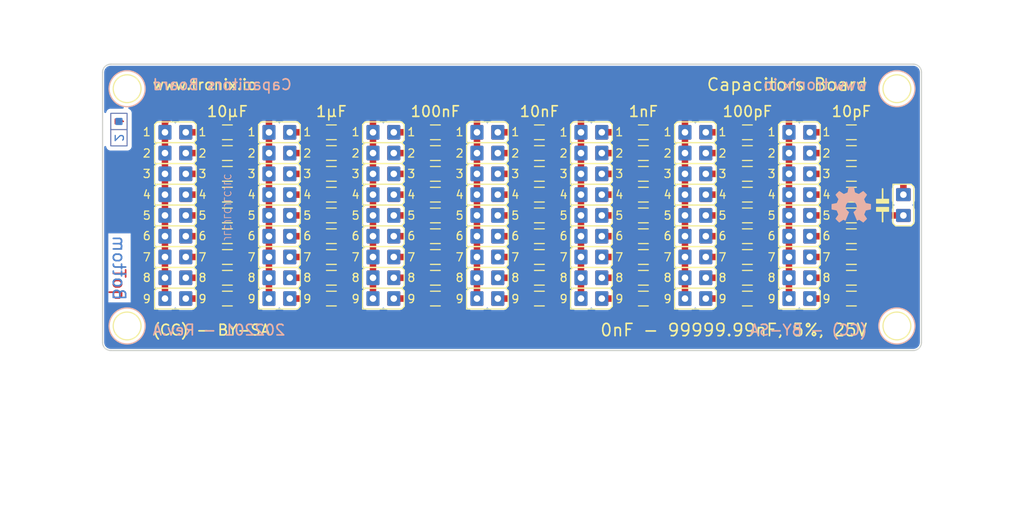
<source format=kicad_pcb>
(kicad_pcb (version 20221018) (generator pcbnew)
  (title_block (title "Capacitors Board") (date "01/2022") (rev "A"))
  (layers (0 "F.Cu" signal) (31 "B.Cu" signal) (34 "B.Paste" user) (35 "F.Paste" user) (36 "B.SilkS" user "B.Silkscreen") (37 "F.SilkS" user "F.Silkscreen") (38 "B.Mask" user) (39 "F.Mask" user) (44 "Edge.Cuts" user))
  (net 0 "")
  (net 1 "Net-(JP1-Pad1)")
  (net 2 "Net-(C1-Pad2)")
  (net 3 "Net-(C1-Pad1)")
  (net 4 "Net-(C2-Pad1)")
  (net 5 "Net-(C3-Pad1)")
  (net 6 "Net-(C4-Pad1)")
  (net 7 "Net-(C5-Pad1)")
  (net 8 "Net-(C6-Pad1)")
  (net 9 "Net-(C7-Pad1)")
  (net 10 "Net-(C8-Pad1)")
  (net 11 "Net-(C9-Pad1)")
  (net 12 "Net-(C10-Pad1)")
  (net 13 "Net-(C11-Pad1)")
  (net 14 "Net-(C12-Pad1)")
  (net 15 "Net-(C13-Pad1)")
  (net 16 "Net-(C14-Pad1)")
  (net 17 "Net-(C15-Pad1)")
  (net 18 "Net-(C16-Pad1)")
  (net 19 "Net-(C17-Pad1)")
  (net 20 "Net-(C18-Pad1)")
  (net 21 "Net-(C19-Pad1)")
  (net 22 "Net-(C20-Pad1)")
  (net 23 "Net-(C21-Pad1)")
  (net 24 "Net-(C22-Pad1)")
  (net 25 "Net-(C23-Pad1)")
  (net 26 "Net-(C24-Pad1)")
  (net 27 "Net-(C25-Pad1)")
  (net 28 "Net-(C26-Pad1)")
  (net 29 "Net-(C27-Pad1)")
  (net 30 "Net-(C28-Pad1)")
  (net 31 "Net-(C29-Pad1)")
  (net 32 "Net-(C30-Pad1)")
  (net 33 "Net-(C31-Pad1)")
  (net 34 "Net-(C32-Pad1)")
  (net 35 "Net-(C33-Pad1)")
  (net 36 "Net-(C34-Pad1)")
  (net 37 "Net-(C35-Pad1)")
  (net 38 "Net-(C36-Pad1)")
  (net 39 "Net-(C37-Pad1)")
  (net 40 "Net-(C38-Pad1)")
  (net 41 "Net-(C39-Pad1)")
  (net 42 "Net-(C40-Pad1)")
  (net 43 "Net-(C41-Pad1)")
  (net 44 "Net-(C42-Pad1)")
  (net 45 "Net-(C43-Pad1)")
  (net 46 "Net-(C44-Pad1)")
  (net 47 "Net-(C45-Pad1)")
  (net 48 "Net-(C46-Pad1)")
  (net 49 "Net-(C47-Pad1)")
  (net 50 "Net-(C48-Pad1)")
  (net 51 "Net-(C49-Pad1)")
  (net 52 "Net-(C50-Pad1)")
  (net 53 "Net-(C51-Pad1)")
  (net 54 "Net-(C52-Pad1)")
  (net 55 "Net-(C53-Pad1)")
  (net 56 "Net-(C54-Pad1)")
  (net 57 "Net-(C55-Pad1)")
  (net 58 "Net-(C56-Pad1)")
  (net 59 "Net-(C57-Pad1)")
  (net 60 "Net-(C58-Pad1)")
  (net 61 "Net-(C59-Pad1)")
  (net 62 "Net-(C60-Pad1)")
  (net 63 "Net-(C61-Pad1)")
  (net 64 "Net-(C62-Pad1)")
  (net 65 "Net-(C63-Pad1)")
  (footprint "tronixio:HARWIN-M20-999024x" (layer "F.Cu") (at 158.42 93.65 90)
    (fp_text reference "JP45")
    (fp_text value "HARWIN-254-M-1X02-JUMPER-VERTICAL")
  )
  (footprint "tronixio:HARWIN-M20-999024x" (layer "F.Cu") (at 120.32 75.87 90)
    (fp_text reference "JP11")
    (fp_text value "HARWIN-254-M-1X02-JUMPER-VERTICAL")
  )
  (footprint "tronixio:HARWIN-M20-7680-7683" (layer "F.Cu") (at 149 115.9)
    (fp_text reference "JP65" hide)
    (fp_text value "HARWIN-JUMPER-0254-14MM-BLACK" hide)
  )
  (footprint "tronixio:HARWIN-M20-999024x" (layer "F.Cu") (at 183.82 80.95 90)
    (fp_text reference "JP58")
    (fp_text value "HARWIN-254-M-1X02-JUMPER-VERTICAL")
  )
  (footprint "tronixio:HARWIN-M20-999024x" (layer "F.Cu") (at 171.12 88.57 90)
    (fp_text reference "JP52")
    (fp_text value "HARWIN-254-M-1X02-JUMPER-VERTICAL")
  )
  (footprint "tronixio:CAPACITOR-SMD-1206" (layer "F.Cu") (at 127.94 93.65)
    (fp_text reference "C18")
    (fp_text value "1µ")
  )
  (footprint "tronixio:CAPACITOR-SMD-1206" (layer "F.Cu") (at 127.94 86.03)
    (fp_text reference "C15")
    (fp_text value "1µ")
  )
  (footprint "tronixio:CAPACITOR-SMD-1206" (layer "F.Cu") (at 178.74 75.87)
    (fp_text reference "C47")
    (fp_text value "100p")
  )
  (footprint "tronixio:HARWIN-M20-999024x" (layer "F.Cu") (at 120.32 93.65 90)
    (fp_text reference "JP18")
    (fp_text value "HARWIN-254-M-1X02-JUMPER-VERTICAL")
  )
  (footprint "tronixio:KEYSTONE-9056" (layer "F.Cu") (at 103 68)
    (fp_text reference "H4" hide)
    (fp_text value "KEYSTONE-9056" hide)
  )
  (footprint "tronixio:HARWIN-M20-999024x" (layer "F.Cu") (at 145.72 73.33 90)
    (fp_text reference "JP28")
    (fp_text value "HARWIN-254-M-1X02-JUMPER-VERTICAL")
  )
  (footprint "tronixio:CAPACITOR-SMD-1206" (layer "F.Cu") (at 191.44 86.03)
    (fp_text reference "C60")
    (fp_text value "10p")
  )
  (footprint "tronixio:CAPACITOR-SMD-1206" (layer "F.Cu") (at 166.04 83.49)
    (fp_text reference "C41")
    (fp_text value "1n")
  )
  (footprint "tronixio:CAPACITOR-SMD-1206" (layer "F.Cu") (at 115.24 73.33)
    (fp_text reference "C1")
    (fp_text value "10µ")
  )
  (footprint "tronixio:CAPACITOR-SMD-1206" (layer "F.Cu") (at 191.44 73.33)
    (fp_text reference "C55")
    (fp_text value "10p")
  )
  (footprint "tronixio:CAPACITOR-SMD-1206" (layer "F.Cu") (at 127.94 75.87)
    (fp_text reference "C11")
    (fp_text value "1µ")
  )
  (footprint "tronixio:CAPACITOR-SMD-1206" (layer "F.Cu") (at 153.34 88.57)
    (fp_text reference "C34")
    (fp_text value "10n")
  )
  (footprint "tronixio:CAPACITOR-SMD-1206" (layer "F.Cu") (at 140.64 78.41)
    (fp_text reference "C21")
    (fp_text value "100n")
  )
  (footprint "tronixio:HARWIN-M20-7680-7683" (layer "F.Cu") (at 143 115.9)
    (fp_text reference "JP64" hide)
    (fp_text value "HARWIN-JUMPER-0254-14MM-BLACK" hide)
  )
  (footprint "tronixio:CAPACITOR-SMD-1206" (layer "F.Cu") (at 115.24 86.03)
    (fp_text reference "C6")
    (fp_text value "10µ")
  )
  (footprint "tronixio:HARWIN-M20-999024x" (layer "F.Cu") (at 158.42 73.33 90)
    (fp_text reference "JP37")
    (fp_text value "HARWIN-254-M-1X02-JUMPER-VERTICAL")
  )
  (footprint "tronixio:HARWIN-M20-999024x" (layer "F.Cu") (at 158.42 80.95 90)
    (fp_text reference "JP40")
    (fp_text value "HARWIN-254-M-1X02-JUMPER-VERTICAL")
  )
  (footprint "tronixio:CAPACITOR-SMD-1206" (layer "F.Cu") (at 178.74 78.41)
    (fp_text reference "C48")
    (fp_text value "100p")
  )
  (footprint "tronixio:CAPACITOR-SMD-1206" (layer "F.Cu") (at 166.04 73.33)
    (fp_text reference "C37")
    (fp_text value "1n")
  )
  (footprint "tronixio:HARWIN-M20-999024x" (layer "F.Cu") (at 107.62 88.57 90)
    (fp_text reference "JP7")
    (fp_text value "HARWIN-254-M-1X02-JUMPER-VERTICAL")
  )
  (footprint "tronixio:CAPACITOR-SMD-1206" (layer "F.Cu") (at 127.94 80.95)
    (fp_text reference "C13")
    (fp_text value "1µ")
  )
  (footprint "tronixio:HARWIN-M20-999024x" (layer "F.Cu") (at 133.02 83.49 90)
    (fp_text reference "JP23")
    (fp_text value "HARWIN-254-M-1X02-JUMPER-VERTICAL")
  )
  (footprint "tronixio:KEYSTONE-9056" (layer "F.Cu") (at 197 97)
    (fp_text reference "H2" hide)
    (fp_text value "KEYSTONE-9056" hide)
  )
  (footprint "tronixio:HARWIN-M20-999024x" (layer "F.Cu") (at 171.12 73.33 90)
    (fp_text reference "JP46")
    (fp_text value "HARWIN-254-M-1X02-JUMPER-VERTICAL")
  )
  (footprint "tronixio:HARWIN-M20-7680-7683" (layer "F.Cu") (at 167 115.9)
    (fp_text reference "JP68" hide)
    (fp_text value "HARWIN-JUMPER-0254-14MM-BLACK" hide)
  )
  (footprint "tronixio:CAPACITOR-SMD-1206" (layer "F.Cu") (at 140.64 86.03)
    (fp_text reference "C24")
    (fp_text value "100n")
  )
  (footprint "tronixio:HARWIN-M20-999024x" (layer "F.Cu") (at 183.82 78.41 90)
    (fp_text reference "JP57")
    (fp_text value "HARWIN-254-M-1X02-JUMPER-VERTICAL")
  )
  (footprint "tronixio:HARWIN-M20-999024x" (layer "F.Cu") (at 171.12 91.11 90)
    (fp_text reference "JP53")
    (fp_text value "HARWIN-254-M-1X02-JUMPER-VERTICAL")
  )
  (footprint "tronixio:HARWIN-M20-999024x" (layer "F.Cu") (at 145.72 86.03 90)
    (fp_text reference "JP33")
    (fp_text value "HARWIN-254-M-1X02-JUMPER-VERTICAL")
  )
  (footprint "tronixio:HARWIN-M20-999024x" (layer "F.Cu") (at 171.12 93.65 90)
    (fp_text reference "JP54")
    (fp_text value "HARWIN-254-M-1X02-JUMPER-VERTICAL")
  )
  (footprint "tronixio:HARWIN-M20-999024x" (layer "F.Cu") (at 145.72 93.65 90)
    (fp_text reference "JP36")
    (fp_text value "HARWIN-254-M-1X02-JUMPER-VERTICAL")
  )
  (footprint "tronixio:CAPACITOR-SMD-1206" (layer "F.Cu") (at 178.74 88.57)
    (fp_text reference "C52")
    (fp_text value "100p")
  )
  (footprint "tronixio:HARWIN-M20-999024x" (layer "F.Cu") (at 158.42 91.11 90)
    (fp_text reference "JP44")
    (fp_text value "HARWIN-254-M-1X02-JUMPER-VERTICAL")
  )
  (footprint "tronixio:HARWIN-M20-7680-7683" (layer "F.Cu") (at 185 115.9)
    (fp_text reference "JP71" hide)
    (fp_text value "HARWIN-JUMPER-0254-14MM-BLACK" hide)
  )
  (footprint "tronixio:CAPACITOR-SMD-1206" (layer "F.Cu") (at 140.64 88.57)
    (fp_text reference "C25")
    (fp_text value "100n")
  )
  (footprint "tronixio:CAPACITOR-SMD-1206" (layer "F.Cu") (at 127.94 83.49)
    (fp_text reference "C14")
    (fp_text value "1µ")
  )
  (footprint "tronixio:CAPACITOR-SMD-1206" (layer "F.Cu") (at 115.24 91.11)
    (fp_text reference "C8")
    (fp_text value "10µ")
  )
  (footprint "tronixio:CAPACITOR-SMD-1206" (layer "F.Cu") (at 191.44 83.49)
    (fp_text reference "C59")
    (fp_text value "10p")
  )
  (footprint "tronixio:CAPACITOR-SMD-1206" (layer "F.Cu") (at 178.74 80.95)
    (fp_text reference "C49")
    (fp_text value "100p")
  )
  (footprint "tronixio:HARWIN-M20-7680-7683" (layer "F.Cu") (at 173 115.9)
    (fp_text reference "JP69" hide)
    (fp_text value "HARWIN-JUMPER-0254-14MM-BLACK" hide)
  )
  (footprint "tronixio:HARWIN-M20-999024x" (layer "F.Cu") (at 171.12 75.87 90)
    (fp_text reference "JP47")
    (fp_text value "HARWIN-254-M-1X02-JUMPER-VERTICAL")
  )
  (footprint "tronixio:HARWIN-M20-999024x" (layer "F.Cu") (at 183.82 75.87 90)
    (fp_text reference "JP56")
    (fp_text value "HARWIN-254-M-1X02-JUMPER-VERTICAL")
  )
  (footprint "tronixio:HARWIN-M20-999024x" (layer "F.Cu") (at 171.12 86.03 90)
    (fp_text reference "JP51")
    (fp_text value "HARWIN-254-M-1X02-JUMPER-VERTICAL")
  )
  (footprint "tronixio:HARWIN-M20-7680-7683" (layer "F.Cu") (at 179 115.9)
    (fp_text reference "JP70" hide)
    (fp_text value "HARWIN-JUMPER-0254-14MM-BLACK" hide)
  )
  (footprint "tronixio:HARWIN-M20-999024x" (layer "F.Cu") (at 145.72 88.57 90)
    (fp_text reference "JP34")
    (fp_text value "HARWIN-254-M-1X02-JUMPER-VERTICAL")
  )
  (footprint "tronixio:CAPACITOR-SMD-1206" (layer "F.Cu") (at 127.94 73.33)
    (fp_text reference "C10")
    (fp_text value "1µ")
  )
  (footprint "tronixio:KEYSTONE-9056" (layer "F.Cu") (at 103 97)
    (fp_text reference "H1" hide)
    (fp_text value "KEYSTONE-9056" hide)
  )
  (footprint "tronixio:CAPACITOR-SMD-1206" (layer "F.Cu") (at 178.74 86.03)
    (fp_text reference "C51")
    (fp_text value "100p")
  )
  (footprint "tronixio:HARWIN-M20-999024x" (layer "F.Cu") (at 183.82 73.33 90)
    (fp_text reference "JP55")
    (fp_text value "HARWIN-254-M-1X02-JUMPER-VERTICAL")
  )
  (footprint "tronixio:CAPACITOR-SMD-1206" (layer "F.Cu") (at 166.04 75.87)
    (fp_text reference "C38")
    (fp_text value "1n")
  )
  (footprint "tronixio:HARWIN-M20-999024x" (layer "F.Cu") (at 197.79 80.95)
    (fp_text reference "K1")
    (fp_text value "Capacitor")
  )
  (footprint "tronixio:HARWIN-M20-999024x" (layer "F.Cu") (at 120.32 80.95 90)
    (fp_text reference "JP13")
    (fp_text value "HARWIN-254-M-1X02-JUMPER-VERTICAL")
  )
  (footprint "tronixio:CAPACITOR-SMD-1206" (layer "F.Cu") (at 191.44 93.65)
    (fp_text reference "C63")
    (fp_text value "10p")
  )
  (footprint "tronixio:HARWIN-M20-999024x" (layer "F.Cu") (at 107.62 80.95 90)
    (fp_text reference "JP4")
    (fp_text value "HARWIN-254-M-1X02-JUMPER-VERTICAL")
  )
  (footprint "tronixio:CAPACITOR-SMD-1206" (layer "F.Cu") (at 191.44 88.57)
    (fp_text reference "C61")
    (fp_text value "10p")
  )
  (footprint "tronixio:CAPACITOR-SMD-1206" (layer "F.Cu") (at 191.44 91.11)
    (fp_text reference "C62")
    (fp_text value "10p")
  )
  (footprint "tronixio:HARWIN-M20-999024x" (layer "F.Cu") (at 133.02 80.95 90)
    (fp_text reference "JP22")
    (fp_text value "HARWIN-254-M-1X02-JUMPER-VERTICAL")
  )
  (footprint "tronixio:CAPACITOR-SMD-1206" (layer "F.Cu") (at 140.64 93.65)
    (fp_text reference "C27")
    (fp_text value "100n")
  )
  (footprint "tronixio:CAPACITOR-SMD-1206" (layer "F.Cu") (at 166.04 88.57)
    (fp_text reference "C43")
    (fp_text value "1n")
  )
  (footprint "tronixio:HARWIN-M20-999024x" (layer "F.Cu") (at 120.32 78.41 90)
    (fp_text reference "JP12")
    (fp_text value "HARWIN-254-M-1X02-JUMPER-VERTICAL")
  )
  (footprint "tronixio:HARWIN-M20-999024x" (layer "F.Cu") (at 133.02 88.57 90)
    (fp_text reference "JP25")
    (fp_text value "HARWIN-254-M-1X02-JUMPER-VERTICAL")
  )
  (footprint "tronixio:CAPACITOR-SMD-1206" (layer "F.Cu") (at 153.34 78.41)
    (fp_text reference "C30")
    (fp_text value "10n")
  )
  (footprint "tronixio:CAPACITOR-SMD-1206" (layer "F.Cu") (at 153.34 93.65)
    (fp_text reference "C36")
    (fp_text value "10n")
  )
  (footprint "tronixio:HARWIN-M20-999024x" (layer "F.Cu") (at 107.62 93.65 90)
    (fp_text reference "JP9")
    (fp_text value "HARWIN-254-M-1X02-JUMPER-VERTICAL")
  )
  (footprint "tronixio:HARWIN-M20-999024x" (layer "F.Cu") (at 107.62 83.49 90)
    (fp_text reference "JP5")
    (fp_text value "HARWIN-254-M-1X02-JUMPER-VERTICAL")
  )
  (footprint "tronixio:CAPACITOR-SMD-1206" (layer "F.Cu") (at 115.24 93.65)
    (fp_text reference "C9")
    (fp_text value "10µ")
  )
  (footprint "tronixio:HARWIN-M20-999024x" (layer "F.Cu") (at 120.32 91.11 90)
    (fp_text reference "JP17")
    (fp_text value "HARWIN-254-M-1X02-JUMPER-VERTICAL")
  )
  (footprint "tronixio:CAPACITOR-SMD-1206" (layer "F.Cu") (at 166.04 78.41)
    (fp_text reference "C39")
    (fp_text value "1n")
  )
  (footprint "tronixio:CAPACITOR-SMD-1206" (layer "F.Cu") (at 115.24 75.87)
    (fp_text reference "C2")
    (fp_text value "10µ")
  )
  (footprint "tronixio:KEYSTONE-9056" (layer "F.Cu") (at 197 68)
    (fp_text reference "H3" hide)
    (fp_text value "KEYSTONE-9056" hide)
  )
  (footprint "tronixio:HARWIN-M20-7680-7683" (layer "F.Cu") (at 191 115.9)
    (fp_text reference "JP72" hide)
    (fp_text value "HARWIN-JUMPER-0254-14MM-BLACK" hide)
  )
  (footprint "tronixio:CAPACITOR-SMD-1206" (layer "F.Cu") (at 178.74 73.33)
    (fp_text reference "C46")
    (fp_text value "100p")
  )
  (footprint "tronixio:HARWIN-M20-999024x" (layer "F.Cu") (at 183.82 83.49 90)
    (fp_text reference "JP59")
    (fp_text value "HARWIN-254-M-1X02-JUMPER-VERTICAL")
  )
  (footprint "tronixio:CAPACITOR-SMD-1206" (layer "F.Cu") (at 127.94 88.57)
    (fp_text reference "C16")
    (fp_text value "1µ")
  )
  (footprint "tronixio:HARWIN-M20-7680-7683" (layer "F.Cu") (at 197 115.9)
    (fp_text reference "JP73" hide)
    (fp_text value "HARWIN-JUMPER-0254-14MM-BLACK" hide)
  )
  (footprint "tronixio:CAPACITOR-SMD-1206" (layer "F.Cu") (at 153.34 83.49)
    (fp_text reference "C32")
    (fp_text value "10n")
  )
  (footprint "tronixio:HARWIN-M20-999024x" (layer "F.Cu") (at 133.02 93.65 90)
    (fp_text reference "JP27")
    (fp_text value "HARWIN-254-M-1X02-JUMPER-VERTICAL")
  )
  (footprint "tronixio:CAPACITOR-SMD-1206" (layer "F.Cu") (at 115.24 83.49)
    (fp_text reference "C5")
    (fp_text value "10µ")
  )
  (footprint "tronixio:HARWIN-M20-999024x" (layer "F.Cu") (at 133.02 91.11 90)
    (fp_text reference "JP26")
    (fp_text value "HARWIN-254-M-1X02-JUMPER-VERTICAL")
  )
  (footprint "tronixio:HARWIN-M20-999024x" (layer "F.Cu") (at 145.72 80.95 90)
    (fp_text reference "JP31")
    (fp_text value "HARWIN-254-M-1X02-JUMPER-VERTICAL")
  )
  (footprint "tronixio:HARWIN-M20-999024x" (layer "F.Cu") (at 145.72 83.49 90)
    (fp_text reference "JP32")
    (fp_text value "HARWIN-254-M-1X02-JUMPER-VERTICAL")
  )
  (footprint "tronixio:HARWIN-M20-999024x" (layer "F.Cu") (at 158.42 83.49 90)
    (fp_text reference "JP41")
    (fp_text value "HARWIN-254-M-1X02-JUMPER-VERTICAL")
  )
  (footprint "tronixio:CAPACITOR-SMD-1206" (layer "F.Cu") (at 178.74 93.65)
    (fp_text reference "C54")
    (fp_text value "100p")
  )
  (footprint "tronixio:HARWIN-M20-999024x" (layer "F.Cu") (at 133.02 73.33 90)
    (fp_text reference "JP19")
    (fp_text value "HARWIN-254-M-1X02-JUMPER-VERTICAL")
  )
  (footprint "tronixio:CAPACITOR-SMD-1206" (layer "F.Cu") (at 140.64 83.49)
    (fp_text reference "C23")
    (fp_text value "100n")
  )
  (footprint "tronixio:HARWIN-M20-999024x" (layer "F.Cu") (at 133.02 86.03 90)
    (fp_text reference "JP24")
    (fp_text value "HARWIN-254-M-1X02-JUMPER-VERTICAL")
  )
  (footprint "tronixio:CAPACITOR-SMD-1206" (layer "F.Cu") (at 115.24 88.57)
    (fp_text reference "C7")
    (fp_text value "10µ")
  )
  (footprint "tronixio:HARWIN-M20-7680-7683" (layer "F.Cu") (at 155 115.9)
    (fp_text reference "JP66" hide)
    (fp_text value "HARWIN-JUMPER-0254-14MM-BLACK" hide)
  )
  (footprint "tronixio:CAPACITOR-SMD-1206" (layer "F.Cu") (at 115.24 78.41)
    (fp_text reference "C3")
    (fp_text value "10µ")
  )
  (footprint "tronixio:HARWIN-M20-999024x" (layer "F.Cu") (at 171.12 78.41 90)
    (fp_text reference "JP48")
    (fp_text value "HARWIN-254-M-1X02-JUMPER-VERTICAL")
  )
  (footprint "tronixio:HARWIN-M20-999024x" (layer "F.Cu") (at 133.02 75.87 90)
    (fp_text reference "JP20")
    (fp_text value "HARWIN-254-M-1X02-JUMPER-VERTICAL")
  )
  (footprint "tronixio:CAPACITOR-SMD-1206" (layer "F.Cu") (at 166.04 93.65)
    (fp_text reference "C45")
    (fp_text value "1n")
  )
  (footprint "tronixio:HARWIN-M20-999024x" (layer "F.Cu") (at 158.42 78.41 90)
    (fp_text reference "JP39")
    (fp_text value "HARWIN-254-M-1X02-JUMPER-VERTICAL")
  )
  (footprint "tronixio:CAPACITOR-SMD-1206" (layer "F.Cu") (at 153.34 80.95)
    (fp_text reference "C31")
    (fp_text value "10n")
  )
  (footprint "tronixio:HARWIN-M20-999024x" (layer "F.Cu") (at 158.42 88.57 90)
    (fp_text reference "JP43")
    (fp_text value "HARWIN-254-M-1X02-JUMPER-VERTICAL")
  )
  (footprint "tronixio:CAPACITOR-SMD-1206" (layer "F.Cu") (at 140.64 75.87)
    (fp_text reference "C20")
    (fp_text value "100n")
  )
  (footprint "tronixio:CAPACITOR-SMD-1206" (layer "F.Cu") (at 153.34 75.87)
    (fp_text reference "C29")
    (fp_text value "10n")
  )
  (footprint "tronixio:HARWIN-M20-999024x" (layer "F.Cu") (at 171.12 83.49 90)
    (fp_text reference "JP50")
    (fp_text value "HARWIN-254-M-1X02-JUMPER-VERTICAL")
  )
  (footprint "tronixio:HARWIN-M20-999024x" (layer "F.Cu") (at 107.62 78.41 90)
    (fp_text reference "JP3")
    (fp_text value "HARWIN-254-M-1X02-JUMPER-VERTICAL")
  )
  (footprint "tronixio:HARWIN-M20-999024x" (layer "F.Cu") (at 120.32 88.57 90)
    (fp_text reference "JP16")
    (fp_text value "HARWIN-254-M-1X02-JUMPER-VERTICAL")
  )
  (footprint "tronixio:CAPACITOR-SMD-1206" (layer "F.Cu") (at 166.04 86.03)
    (fp_text reference "C42")
    (fp_text value "1n")
  )
  (footprint "tronixio:CAPACITOR-SMD-1206" (layer "F.Cu") (at 115.24 80.95)
    (fp_text reference "C4")
    (fp_text value "10µ")
  )
  (footprint "tronixio:CAPACITOR-SMD-1206" (layer "F.Cu") (at 153.34 91.11)
    (fp_text reference "C35")
    (fp_text value "10n")
  )
  (footprint "tronixio:HARWIN-M20-999024x" (layer "F.Cu") (at 145.72 75.87 90)
    (fp_text reference "JP29")
    (fp_text value "HARWIN-254-M-1X02-JUMPER-VERTICAL")
  )
  (footprint "tronixio:HARWIN-M20-999024x" (layer "F.Cu") (at 133.02 78.41 90)
    (fp_text reference "JP21")
    (fp_text value "HARWIN-254-M-1X02-JUMPER-VERTICAL")
  )
  (footprint "tronixio:HARWIN-M20-999024x" (layer "F.Cu") (at 158.42 75.87 90)
    (fp_text reference "JP38")
    (fp_text value "HARWIN-254-M-1X02-JUMPER-VERTICAL")
  )
  (footprint "tronixio:CAPACITOR-SMD-1206" (layer "F.Cu") (at 191.44 80.95)
    (fp_text reference "C58")
    (fp_text value "10p")
  )
  (footprint "tronixio:CAPACITOR-SMD-1206" (layer "F.Cu") (at 127.94 78.41)
    (fp_text reference "C12")
    (fp_text value "1µ")
  )
  (footprint "tronixio:HARWIN-M20-999024x" (layer "F.Cu") (at 107.62 86.03 90)
    (fp_text reference "JP6")
    (fp_text value "HARWIN-254-M-1X02-JUMPER-VERTICAL")
  )
  (footprint "tronixio:HARWIN-M20-999024x" (layer "F.Cu") (at 158.42 86.03 90)
    (fp_text reference "JP42")
    (fp_text value "HARWIN-254-M-1X02-JUMPER-VERTICAL")
  )
  (footprint "tronixio:HARWIN-M20-999024x" (layer "F.Cu") (at 183.82 88.57 90)
    (fp_text reference "JP61")
    (fp_text value "HARWIN-254-M-1X02-JUMPER-VERTICAL")
  )
  (footprint "tronixio:HARWIN-M20-999024x" (layer "F.Cu") (at 183.82 91.11 90)
    (fp_text reference "JP62")
    (fp_text value "HARWIN-254-M-1X02-JUMPER-VERTICAL")
  )
  (footprint "tronixio:HARWIN-M20-999024x" (layer "F.Cu") (at 145.72 78.41 90)
    (fp_text reference "JP30")
    (fp_text value "HARWIN-254-M-1X02-JUMPER-VERTICAL")
  )
  (footprint "tronixio:CAPACITOR-SMD-1206" (layer "F.Cu") (at 191.44 75.87)
    (fp_text reference "C56")
    (fp_text value "10p")
  )
  (footprint "tronixio:CAPACITOR-SMD-1206" (layer "F.Cu") (at 178.74 91.11)
    (fp_text reference "C53")
    (fp_text value "100p")
  )
  (footprint "tronixio:CAPACITOR-SMD-1206" (layer "F.Cu") (at 140.64 80.95)
    (fp_text reference "C22")
    (fp_text value "100n")
  )
  (footprint "tronixio:HARWIN-M20-999024x" (layer "F.Cu") (at 171.12 80.95 90)
    (fp_text reference "JP49")
    (fp_text value "HARWIN-254-M-1X02-JUMPER-VERTICAL")
  )
  (footprint "tronixio:HARWIN-M20-999024x" (layer "F.Cu") (at 120.32 86.03 90)
    (fp_text reference "JP15")
    (fp_text value "HARWIN-254-M-1X02-JUMPER-VERTICAL")
  )
  (footprint "tronixio:HARWIN-M20-999024x" (layer "F.Cu") (at 120.32 73.33 90)
    (fp_text reference "JP10")
    (fp_text value "HARWIN-254-M-1X02-JUMPER-VERTICAL")
  )
  (footprint "tronixio:CAPACITOR-SMD-1206" (layer "F.Cu") (at 140.64 73.33)
    (fp_text reference "C19")
    (fp_text value "100n")
  )
  (footprint "tronixio:HARWIN-M20-999024x" (layer "F.Cu") (at 120.32 83.49 90)
    (fp_text reference "JP14")
    (fp_text value "HARWIN-254-M-1X02-JUMPER-VERTICAL")
  )
  (footprint "tronixio:CAPACITOR-SMD-1206" (layer "F.Cu") (at 166.04 91.11)
    (fp_text reference "C44")
    (fp_text value "1n")
  )
  (footprint "tronixio:CAPACITOR-SMD-1206" (layer "F.Cu") (at 178.74 83.49)
    (fp_text reference "C50")
    (fp_text value "100p")
  )
  (footprint "tronixio:HARWIN-M20-999024x" (layer "F.Cu") (at 145.72 91.11 90)
    (fp_text reference "JP35")
    (fp_text value "HARWIN-254-M-1X02-JUMPER-VERTICAL")
  )
  (footprint "tronixio:HARWIN-M20-7680-7683" (layer "F.Cu") (at 161 115.9)
    (fp_text reference "JP67" hide)
    (fp_text value "HARWIN-JUMPER-0254-14MM-BLACK" hide)
  )
  (footprint "tronixio:HARWIN-M20-999024x" (layer "F.Cu") (at 107.62 75.87 90)
    (fp_text reference "JP2")
    (fp_text value "HARWIN-254-M-1X02-JUMPER-VERTICAL")
  )
  (footprint "tronixio:HARWIN-M20-999024x" (layer "F.Cu") (at 107.62 91.11 90)
    (fp_text reference "JP8")
    (fp_text value "HARWIN-254-M-1X02-JUMPER-VERTICAL")
  )
  (footprint "tronixio:CAPACITOR-SMD-1206" (layer "F.Cu") (at 127.94 91.11)
    (fp_text reference "C17")
    (fp_text value "1µ")
  )
  (footprint "tronixio:HARWIN-M20-999024x" (layer "F.Cu") (at 183.82 86.03 90)
    (fp_text reference "JP60")
    (fp_text value "HARWIN-254-M-1X02-JUMPER-VERTICAL")
  )
  (footprint "tronixio:CAPACITOR-SMD-1206" (layer "F.Cu") (at 166.04 80.95)
    (fp_text reference "C40")
    (fp_text value "1n")
  )
  (footprint "tronixio:HARWIN-M20-999024x" (layer "F.Cu") (at 107.62 73.33 90)
    (fp_text reference "JP1")
    (fp_text value "HARWIN-254-M-1X02-JUMPER-VERTICAL")
  )
  (footprint "tronixio:CAPACITOR-SMD-1206" (layer "F.Cu") (at 153.34 73.33)
    (fp_text reference "C28")
    (fp_text value "10n")
  )
  (footprint "tronixio:CAPACITOR-SMD-1206" (layer "F.Cu") (at 153.34 86.03)
    (fp_text reference "C33")
    (fp_text value "10n")
  )
  (footprint "tronixio:CAPACITOR-SMD-1206" (layer "F.Cu") (at 191.44 78.41)
    (fp_text reference "C57")
    (fp_text value "10p")
  )
  (footprint "tronixio:HARWIN-M20-999024x" (layer "F.Cu") (at 183.82 93.65 90)
    (fp_text reference "JP63")
    (fp_text value "HARWIN-254-M-1X02-JUMPER-VERTICAL")
  )
  (footprint "tronixio:CAPACITOR-SMD-1206" (layer "F.Cu") (at 140.64 91.11)
    (fp_text reference "C26")
    (fp_text value "100n")
  )
  (footprint "tronixio:OSHW-5MM" (layer "B.Cu") (at 191.44 82.22 180)
    (fp_text reference "GB" hide)
    (fp_text value "LOGO" hide)
  )
  (gr_rect (start 101 71) (end 103 75) (stroke (width 0.1)) (fill none) (layer "F.Cu"))
  (gr_line (start 101 73) (end 103 73) (stroke (width 0.1)) (layer "F.Cu"))
  (gr_line (start 101 73) (end 103 73) (stroke (width 0.1)) (layer "B.Cu"))
  (gr_rect (start 101 71) (end 103 75) (stroke (width 0.1)) (fill none) (layer "B.Cu"))
  (gr_rect (start 194.5 81.5) (end 196 82) (stroke (width 0.1)) (fill solid) (layer "F.SilkS"))
  (gr_rect (start 194.5 82.5) (end 196 83) (stroke (width 0.1)) (fill solid) (layer "F.SilkS"))
  (gr_line (start 195.25 80.25) (end 195.25 81.5) (stroke (width 0.2)) (layer "F.SilkS"))
  (gr_line (start 195.25 83) (end 195.25 84.25) (stroke (width 0.2)) (layer "F.SilkS"))
  (gr_arc (start 200 99) (mid 199.707107 99.707107) (end 199 100) (stroke (width 0.15)) (layer "Edge.Cuts"))
  (gr_arc (start 199 65) (mid 199.707107 65.292893) (end 200 66) (stroke (width 0.15)) (layer "Edge.Cuts"))
  (gr_line locked (start 199 65) (end 101 65) (stroke (width 0.15)) (layer "Edge.Cuts"))
  (gr_line locked (start 100 66) (end 100 99) (stroke (width 0.15)) (layer "Edge.Cuts"))
  (gr_line locked (start 101 100) (end 199 100) (stroke (width 0.15)) (layer "Edge.Cuts"))
  (gr_line (start 200 99) (end 200 66) (stroke (width 0.15)) (layer "Edge.Cuts"))
  (gr_arc (start 101 100) (mid 100.292893 99.707107) (end 100 99) (stroke (width 0.15)) (layer "Edge.Cuts"))
  (gr_arc (start 100 66) (mid 100.292893 65.292893) (end 101 65) (stroke (width 0.15)) (layer "Edge.Cuts"))
  (gr_text "Top" (at 102 94 270) (layer "F.Cu") (effects (font (size 1.5 1.5) (thickness 0.2)) (justify right)))
  (gr_text "1" (at 102 72 270) (layer "F.Cu") (effects (font (size 1 1))))
  (gr_text "2" (at 102 74 270) (layer "B.Cu") (effects (font (size 1 1)) (justify mirror)))
  (gr_text "Bottom" (at 102 94 270) (layer "B.Cu") (effects (font (size 1.5 1.5) (thickness 0.2)) (justify left mirror)))
  (gr_text "(CC) - BY-SA" (at 193.5 97.5) (layer "B.SilkS") (effects (font (size 1.3 1.3) (thickness 0.2)) (justify left mirror)))
  (gr_text "202201 - Rev.A" (at 106 97.5) (layer "B.SilkS") (effects (font (size 1.3 1.3) (thickness 0.2)) (justify right mirror)))
  (gr_text "Capacitors Board" (at 106 67.5) (layer "B.SilkS") (effects (font (size 1.3 1.3) (thickness 0.2)) (justify right mirror)))
  (gr_text "www.tronix.io" (at 193.5 67.5) (layer "B.SilkS") (effects (font (size 1.3 1.3) (thickness 0.2)) (justify left mirror)))
  (gr_text "JLCJLCJLCJLC" (at 115.24 82.5 270) (layer "B.SilkS") (effects (font (size 0.8 0.8) (thickness 0.1)) (justify mirror)))
  (gr_text "6" (at 143.6 86) (layer "F.SilkS") (effects (font (size 1 1))))
  (gr_text "6" (at 112.2 86) (layer "F.SilkS") (effects (font (size 1 1))))
  (gr_text "5" (at 130.9 83.5) (layer "F.SilkS") (effects (font (size 1 1))))
  (gr_text "5" (at 163.1 83.5) (layer "F.SilkS") (effects (font (size 1 1))))
  (gr_text "2" (at 150.4 75.9) (layer "F.SilkS") (effects (font (size 1 1))))
  (gr_text "7" (at 118.2 88.6) (layer "F.SilkS") (effects (font (size 1 1))))
  (gr_text "2" (at 143.6 75.9) (layer "F.SilkS") (effects (font (size 1 1))))
  (gr_text "3" (at 169 78.4) (layer "F.SilkS") (effects (font (size 1 1))))
  (gr_text "3" (at 175.7 78.4) (layer "F.SilkS") (effects (font (size 1 1))))
  (gr_text "100nF" (at 140.64 70.79) (layer "F.SilkS") (effects (font (size 1.3 1.3) (thickness 0.2))))
  (gr_text "8" (at 163.1 91.1) (layer "F.SilkS") (effects (font (size 1 1))))
  (gr_text "3" (at 130.9 78.4) (layer "F.SilkS") (effects (font (size 1 1))))
  (gr_text "4" (at 118.2 80.95) (layer "F.SilkS") (effects (font (size 1 1))))
  (gr_text "2" (at 118.2 75.9) (layer "F.SilkS") (effects (font (size 1 1))))
  (gr_text "8" (at 143.6 91.1) (layer "F.SilkS") (effects (font (size 1 1))))
  (gr_text "9" (at 105.4 93.7) (layer "F.SilkS") (effects (font (size 1 1))))
  (gr_text "3" (at 118.2 78.4) (layer "F.SilkS") (effects (font (size 1 1))))
  (gr_text "6" (at 169 86) (layer "F.SilkS") (effects (font (size 1 1))))
  (gr_text "6" (at 181.7 86) (layer "F.SilkS") (effects (font (size 1 1))))
  (gr_text "3" (at 181.7 78.4) (layer "F.SilkS") (effects (font (size 1 1))))
  (gr_text "1" (at 118.2 73.3) (layer "F.SilkS") (effects (font (size 1 1))))
  (gr_text "1" (at 156.3 73.33) (layer "F.SilkS") (effects (font (size 1 1))))
  (gr_text "2" (at 137.7 75.9) (layer "F.SilkS") (effects (font (size 1 1))))
  (gr_text "9" (at 125 93.7) (layer "F.SilkS") (effects (font (size 1 1))))
  (gr_text "6" (at 118.2 86) (layer "F.SilkS") (effects (font (size 1 1))))
  (gr_text "2" (at 105.4 75.9) (layer "F.SilkS") (effects (font (size 1 1))))
  (gr_text "3" (at 150.4 78.4) (layer "F.SilkS") (effects (font (size 1 1))))
  (gr_text "4" (at 112.2 80.95) (layer "F.SilkS") (effects (font (size 1 1))))
  (gr_text "4" (at 175.7 80.95) (layer "F.SilkS") (effects (font (size 1 1))))
  (gr_text "4" (at 163.1 80.95) (layer "F.SilkS") (effects (font (size 1 1))))
  (gr_text "6" (at 188.4 86) (layer "F.SilkS") (effects (font (size 1 1))))
  (gr_text "8" (at 105.4 91.1) (layer "F.SilkS") (effects (font (size 1 1))))
  (gr_text "0nF - 99999.99nF, 5%, 25V" (at 193.5 97.5) (layer "F.SilkS") (effects (font (size 1.5 1.5) (thickness 0.2)) (justify right)))
  (gr_text "9" (at 175.7 93.7) (layer "F.SilkS") (effects (font (size 1 1))))
  (gr_text "2" (at 175.7 75.9) (layer "F.SilkS") (effects (font (size 1 1))))
  (gr_text "3" (at 137.7 78.4) (layer "F.SilkS") (effects (font (size 1 1))))
  (gr_text "8" (at 112.2 91.1) (layer "F.SilkS") (effects (font (size 1 1))))
  (gr_text "1" (at 188.4 73.3) (layer "F.SilkS") (effects (font (size 1 1))))
  (gr_text "6" (at 150.4 86) (layer "F.SilkS") (effects (font (size 1 1))))
  (gr_text "5" (at 143.6 83.5) (layer "F.SilkS") (effects (font (size 1 1))))
  (gr_text "1" (at 175.7 73.3) (layer "F.SilkS") (effects (font (size 1 1))))
  (gr_text "3" (at 163.1 78.4) (layer "F.SilkS") (effects (font (size 1 1))))
  (gr_text "2" (at 156.3 75.9) (layer "F.SilkS") (effects (font (size 1 1))))
  (gr_text "9" (at 150.4 93.7) (layer "F.SilkS") (effects (font (size 1 1))))
  (gr_text "8" (at 175.7 91.1) (layer "F.SilkS") (effects (font (size 1 1))))
  (gr_text "1" (at 112.2 73.3) (layer "F.SilkS") (effects (font (size 1 1))))
  (gr_text "1" (at 169 73.3) (layer "F.SilkS") (effects (font (size 1 1))))
  (gr_text "6" (at 163.1 86) (layer "F.SilkS") (effects (font (size 1 1))))
  (gr_text "3" (at 156.3 78.4) (layer "F.SilkS") (effects (font (size 1 1))))
  (gr_text "7" (at 175.7 88.6) (layer "F.SilkS") (effects (font (size 1 1))))
  (gr_text "5" (at 105.4 83.5) (layer "F.SilkS") (effects (font (size 1 1))))
  (gr_text "5" (at 112.2 83.5) (layer "F.SilkS") (effects (font (size 1 1))))
  (gr_text "8" (at 150.4 91.1) (layer "F.SilkS") (effects (font (size 1 1))))
  (gr_text "www.tronix.io" (at 106 67.5) (layer "F.SilkS") (effects (font (size 1.3 1.3) (thickness 0.2)) (justify left)))
  (gr_text "7" (at 137.7 88.6) (layer "F.SilkS") (effects (font (size 1 1))))
  (gr_text "1" (at 150.4 73.3) (layer "F.SilkS") (effects (font (size 1 1))))
  (gr_text "4" (at 156.3 80.95) (layer "F.SilkS") (effects (font (size 1 1))))
  (gr_text "8" (at 169 91.1) (layer "F.SilkS") (effects (font (size 1 1))))
  (gr_text "7" (at 169 88.6) (layer "F.SilkS") (effects (font (size 1 1))))
  (gr_text "1µF" (at 127.94 70.79) (layer "F.SilkS") (effects (font (size 1.3 1.3) (thickness 0.2))))
  (gr_text "5" (at 150.4 83.5) (layer "F.SilkS") (effects (font (size 1 1))))
  (gr_text "9" (at 181.7 93.7) (layer "F.SilkS") (effects (font (size 1 1))))
  (gr_text "7" (at 188.4 88.6) (layer "F.SilkS") (effects (font (size 1 1))))
  (gr_text "4" (at 130.9 80.95) (layer "F.SilkS") (effects (font (size 1 1))))
  (gr_text "2" (at 125 75.9) (layer "F.SilkS") (effects (font (size 1 1))))
  (gr_text "3" (at 105.4 78.4) (layer "F.SilkS") (effects (font (size 1 1))))
  (gr_text "5" (at 125 83.5) (layer "F.SilkS") (effects (font (size 1 1))))
  (gr_text "6" (at 137.7 86) (layer "F.SilkS") (effects (font (size 1 1))))
  (gr_text "100pF" (at 178.74 70.79) (layer "F.SilkS") (effects (font (size 1.3 1.3) (thickness 0.2))))
  (gr_text "8" (at 125 91.1) (layer "F.SilkS") (effects (font (size 1 1))))
  (gr_text "4" (at 137.7 80.95) (layer "F.SilkS") (effects (font (size 1 1))))
  (gr_text "8" (at 137.7 91.1) (layer "F.SilkS") (effects (font (size 1 1))))
  (gr_text "1" (at 163.1 73.3) (layer "F.SilkS") (effects (font (size 1 1))))
  (gr_text "5" (at 137.7 83.5) (layer "F.SilkS") (effects (font (size 1 1))))
  (gr_text "9" (at 169 93.7) (layer "F.SilkS") (effects (font (size 1 1))))
  (gr_text "1" (at 105.4 73.3) (layer "F.SilkS") (effects (font (size 1 1))))
  (gr_text "5" (at 175.7 83.5) (layer "F.SilkS") (effects (font (size 1 1))))
  (gr_text "2" (at 163.1 75.9) (layer "F.SilkS") (effects (font (size 1 1))))
  (gr_text "1" (at 143.6 73.3) (layer "F.SilkS") (effects (font (size 1 1))))
  (gr_text "5" (at 181.7 83.5) (layer "F.SilkS") (effects (font (size 1 1))))
  (gr_text "9" (at 163.1 93.7) (layer "F.SilkS") (effects (font (size 1 1))))
  (gr_text "2" (at 130.9 75.9) (layer "F.SilkS") (effects (font (size 1 1))))
  (gr_text "1" (at 125 73.3) (layer "F.SilkS") (effects (font (size 1 1))))
  (gr_text "3" (at 112.2 78.4) (layer "F.SilkS") (effects (font (size 1 1))))
  (gr_text "9" (at 188.4 93.7) (layer "F.SilkS") (effects (font (size 1 1))))
  (gr_text "7" (at 143.6 88.6) (layer "F.SilkS") (effects (font (size 1 1))))
  (gr_text "8" (at 181.7 91.1) (layer "F.SilkS") (effects (font (size 1 1))))
  (gr_text "9" (at 118.2 93.7) (layer "F.SilkS") (effects (font (size 1 1))))
  (gr_text "5" (at 156.3 83.5) (layer "F.SilkS") (effects (font (size 1 1))))
  (gr_text "1nF" (at 166.04 70.79) (layer "F.SilkS") (effects (font (size 1.3 1.3) (thickness 0.2))))
  (gr_text "4" (at 125 80.95) (layer "F.SilkS") (effects (font (size 1 1))))
  (gr_text "7" (at 112.2 88.6) (layer "F.SilkS") (effects (font (size 1 1))))
  (gr_text "4" (at 181.7 80.95) (layer "F.SilkS") (effects (font (size 1 1))))
  (gr_text "7" (at 125 88.6) (layer "F.SilkS") (effects (font (size 1 1))))
  (gr_text "7" (at 156.3 88.6) (layer "F.SilkS") (effects (font (size 1 1))))
  (gr_text "9" (at 143.6 93.7) (layer "F.SilkS") (effects (font (size 1 1))))
  (gr_text "7" (at 150.4 88.6) (layer "F.SilkS") (effects (font (size 1 1))))
  (gr_text "7" (at 105.4 88.6) (layer "F.SilkS") (effects (font (size 1 1))))
  (gr_text "5" (at 118.2 83.5) (layer "F.SilkS") (effects (font (size 1 1))))
  (gr_text "3" (at 188.4 78.4) (layer "F.SilkS") (effects (font (size 1 1))))
  (gr_text "1" (at 181.7 73.3) (layer "F.SilkS") (effects (font (size 1 1))))
  (gr_text "8" (at 156.3 91.1) (layer "F.SilkS") (effects (font (size 1 1))))
  (gr_text "Capacitors Board" (at 193.5 67.5) (layer "F.SilkS") (effects (font (size 1.5 1.5) (thickness 0.2)) (justify right)))
  (gr_text "7" (at 181.7 88.6) (layer "F.SilkS") (effects (font (size 1 1))))
  (gr_text "5" (at 169 83.5) (layer "F.SilkS") (effects (font (size 1 1))))
  (gr_text "2" (at 112.2 75.9) (layer "F.SilkS") (effects (font (size 1 1))))
  (gr_text "6" (at 175.7 86) (layer "F.SilkS") (effects (font (size 1 1))))
  (gr_text "9" (at 137.7 93.7) (layer "F.SilkS") (effects (font (size 1 1))))
  (gr_text "10µF" (at 115.24 70.79) (layer "F.SilkS") (effects (font (size 1.3 1.3) (thickness 0.2))))
  (gr_text "6" (at 130.9 86) (layer "F.SilkS") (effects (font (size 1 1))))
  (gr_text "4" (at 188.4 80.95) (layer "F.SilkS") (effects (font (size 1 1))))
  (gr_text "2" (at 181.7 75.9) (layer "F.SilkS") (effects (font (size 1 1))))
  (gr_text "10nF" (at 153.34 70.79) (layer "F.SilkS") (effects (font (size 1.3 1.3) (thickness 0.2))))
  (gr_text "4" (at 169 80.95) (layer "F.SilkS") (effects (font (size 1 1))))
  (gr_text "10pF" (at 191.44 70.79) (layer "F.SilkS") (effects (font (size 1.3 1.3) (thickness 0.2))))
  (gr_text "8" (at 118.2 91.1) (layer "F.SilkS") (effects (font (size 1 1))))
  (gr_text "5" (at 188.4 83.5) (layer "F.SilkS") (effects (font (size 1 1))))
  (gr_text "4" (at 105.4 80.95) (layer "F.SilkS") (effects (font (size 1 1))))
  (gr_text "8" (at 130.9 91.1) (layer "F.SilkS") (effects (font (size 1 1))))
  (gr_text "(CC) - BY-SA" (at 106 97.5) (layer "F.SilkS") (effects (font (size 1.3 1.3) (thickness 0.2)) (justify left)))
  (gr_text "6" (at 156.3 86) (layer "F.SilkS") (effects (font (size 1 1))))
  (gr_text "4" (at 143.6 80.95) (layer "F.SilkS") (effects (font (size 1 1))))
  (gr_text "6" (at 125 86) (layer "F.SilkS") (effects (font (size 1 1))))
  (gr_text "4" (at 150.4 80.95) (layer "F.SilkS") (effects (font (size 1 1))))
  (gr_text "2" (at 169 75.9) (layer "F.SilkS") (effects (font (size 1 1))))
  (gr_text "8" (at 188.4 91.1) (layer "F.SilkS") (effects (font (size 1 1))))
  (gr_text "9" (at 156.3 93.7) (layer "F.SilkS") (effects (font (size 1 1))))
  (gr_text "7" (at 163.1 88.6) (layer "F.SilkS") (effects (font (size 1 1))))
  (gr_text "9" (at 112.2 93.7) (layer "F.SilkS") (effects (font (size 1 1))))
  (gr_text "3" (at 125 78.4) (layer "F.SilkS") (effects (font (size 1 1))))
  (gr_text "6" (at 105.4 86) (layer "F.SilkS") (effects (font (size 1 1))))
  (gr_text "1" (at 137.7 73.3) (layer "F.SilkS") (effects (font (size 1 1))))
  (gr_text "7" (at 130.9 88.6) (layer "F.SilkS") (effects (font (size 1 1))))
  (gr_text "3" (at 143.6 78.4) (layer "F.SilkS") (effects (font (size 1 1))))
  (gr_text "9" (at 130.9 93.7) (layer "F.SilkS") (effects (font (size 1 1))))
  (gr_text "2" (at 188.4 75.9) (layer "F.SilkS") (effects (font (size 1 1))))
  (gr_text "1" (at 130.9 73.3) (layer "F.SilkS") (effects (font (size 1 1))))
  (segment (start 171.12 78.41) (end 171.12 75.87) (width 0.8) (layer "F.Cu") (net 1))
  (segment (start 145.72 70.79) (end 158.42 70.79) (width 0.8) (layer "F.Cu") (net 1))
  (segment (start 158.42 93.65) (end 158.42 91.11) (width 0.8) (layer "F.Cu") (net 1))
  (segment (start 107.62 78.41) (end 107.62 75.87) (width 0.8) (layer "F.Cu") (net 1))
  (segment (start 145.72 83.49) (end 145.72 80.95) (width 0.8) (layer "F.Cu") (net 1))
  (segment (start 133.02 91.11) (end 133.02 88.57) (width 0.8) (layer "F.Cu") (net 1))
  (segment (start 120.32 91.11) (end 120.32 93.65) (width 0.8) (layer "F.Cu") (net 1))
  (segment (start 107.62 73.33) (end 107.62 72.06) (width 0.8) (layer "F.Cu") (net 1))
  (segment (start 107.62 91.11) (end 107.62 88.57) (width 0.8) (layer "F.Cu") (net 1))
  (segment (start 120.32 91.11) (end 120.32 88.57) (width 0.8) (layer "F.Cu") (net 1))
  (segment (start 183.82 75.87) (end 183.82 73.33) (width 0.8) (layer "F.Cu") (net 1))
  (segment (start 120.32 78.41) (end 120.32 75.87) (width 0.8) (layer "F.Cu") (net 1))
  (segment (start 133.02 78.41) (end 133.02 75.87) (width 0.8) (layer "F.Cu") (net 1))
  (segment (start 145.72 80.95) (end 145.72 78.41) (width 0.8) (layer "F.Cu") (net 1))
  (segment (start 107.62 88.57) (end 107.62 86.03) (width 0.8) (layer "F.Cu") (net 1))
  (segment (start 145.72 86.03) (end 145.72 83.49) (width 0.8) (layer "F.Cu") (net 1))
  (segment (start 197.79 74.6) (end 197.79 80.95) (width 0.8) (layer "F.Cu") (net 1))
  (segment (start 107.62 93.65) (end 107.62 91.11) (width 0.8) (layer "F.Cu") (net 1))
  (segment (start 183.82 80.95) (end 183.82 78.41) (width 0.8) (layer "F.Cu") (net 1))
  (segment (start 108.89 70.79) (end 133.02 70.79) (width 0.8) (layer "F.Cu") (net 1))
  (segment (start 107.62 72.06) (end 108.89 70.79) (width 0.8) (layer "F.Cu") (net 1))
  (segment (start 183.82 73.33) (end 183.82 70.79) (width 0.8) (layer "F.Cu") (net 1))
  (segment (start 158.42 70.79) (end 171.12 70.79) (width 0.8) (layer "F.Cu") (net 1))
  (segment (start 171.12 91.11) (end 171.12 88.57) (width 0.8) (layer "F.Cu") (net 1))
  (segment (start 183.82 86.03) (end 183.82 83.49) (width 0.8) (layer "F.Cu") (net 1))
  (segment (start 120.32 83.49) (end 120.32 80.95) (width 0.8) (layer "F.Cu") (net 1))
  (segment (start 133.02 93.65) (end 133.02 91.11) (width 0.8) (layer "F.Cu") (net 1))
  (segment (start 120.32 86.03) (end 120.32 83.49) (width 0.8) (layer "F.Cu") (net 1))
  (segment (start 158.42 78.41) (end 158.42 75.87) (width 0.8) (layer "F.Cu") (net 1))
  (segment (start 120.32 73.33) (end 120.32 70.79) (width 0.8) (layer "F.Cu") (net 1))
  (segment (start 120.32 80.95) (end 120.32 78.41) (width 0.8) (layer "F.Cu") (net 1))
  (segment (start 107.62 75.87) (end 107.62 73.33) (width 0.8) (layer "F.Cu") (net 1))
  (segment (start 158.42 73.33) (end 158.42 70.79) (width 0.8) (layer "F.Cu") (net 1))
  (segment (start 183.82 78.41) (end 183.82 75.87) (width 0.8) (layer "F.Cu") (net 1))
  (segment (start 171.12 88.57) (end 171.12 86.03) (width 0.8) (layer "F.Cu") (net 1))
  (segment (start 171.12 73.33) (end 171.12 70.79) (width 0.8) (layer "F.Cu") (net 1))
  (segment (start 145.72 75.87) (end 145.72 73.33) (width 0.8) (layer "F.Cu") (net 1))
  (segment (start 133.02 70.79) (end 145.72 70.79) (width 0.8) (layer "F.Cu") (net 1))
  (segment (start 133.02 83.49) (end 133.02 80.95) (width 0.8) (layer "F.Cu") (net 1))
  (segment (start 193.98 70.79) (end 197.79 74.6) (width 0.8) (layer "F.Cu") (net 1))
  (segment (start 171.12 75.87) (end 171.12 73.33) (width 0.8) (layer "F.Cu") (net 1))
  (segment (start 158.42 86.03) (end 158.42 83.49) (width 0.8) (layer "F.Cu") (net 1))
  (segment (start 183.82 88.57) (end 183.82 86.03) (width 0.8) (layer "F.Cu") (net 1))
  (segment (start 145.72 88.57) (end 145.72 86.03) (width 0.8) (layer "F.Cu") (net 1))
  (segment (start 183.82 91.11) (end 183.82 88.57) (width 0.8) (layer "F.Cu") (net 1))
  (segment (start 133.02 88.57) (end 133.02 86.03) (width 0.8) (layer "F.Cu") (net 1))
  (segment (start 158.42 88.57) (end 158.42 86.03) (width 0.8) (layer "F.Cu") (net 1))
  (segment (start 120.32 75.87) (end 120.32 73.33) (width 0.8) (layer "F.Cu") (net 1))
  (segment (start 145.72 91.11) (end 145.72 88.57) (width 0.8) (layer "F.Cu") (net 1))
  (segment (start 120.32 88.57) (end 120.32 86.03) (width 0.8) (layer "F.Cu") (net 1))
  (segment (start 171.12 80.95) (end 171.12 78.41) (width 0.8) (layer "F.Cu") (net 1))
  (segment (start 107.62 83.49) (end 107.62 80.95) (width 0.8) (layer "F.Cu") (net 1))
  (segment (start 158.42 83.49) (end 158.42 80.95) (width 0.8) (layer "F.Cu") (net 1))
  (segment (start 145.72 73.33) (end 145.72 70.79) (width 0.8) (layer "F.Cu") (net 1))
  (segment (start 158.42 75.87) (end 158.42 73.33) (width 0.8) (layer "F.Cu") (net 1))
  (segment (start 183.82 83.49) (end 183.82 80.95) (width 0.8) (layer "F.Cu") (net 1))
  (segment (start 183.82 93.65) (end 183.82 91.11) (width 0.8) (layer "F.Cu") (net 1))
  (segment (start 107.62 80.95) (end 107.62 78.41) (width 0.8) (layer "F.Cu") (net 1))
  (segment (start 171.12 93.65) (end 171.12 91.11) (width 0.8) (layer "F.Cu") (net 1))
  (segment (start 133.02 80.95) (end 133.02 78.41) (width 0.8) (layer "F.Cu") (net 1))
  (segment (start 133.02 75.87) (end 133.02 73.33) (width 0.8) (layer "F.Cu") (net 1))
  (segment (start 133.02 86.03) (end 133.02 83.49) (width 0.8) (layer "F.Cu") (net 1))
  (segment (start 158.42 88.57) (end 158.42 91.11) (width 0.8) (layer "F.Cu") (net 1))
  (segment (start 171.12 83.49) (end 171.12 80.95) (width 0.8) (layer "F.Cu") (net 1))
  (segment (start 171.12 86.03) (end 171.12 83.49) (width 0.8) (layer "F.Cu") (net 1))
  (segment (start 107.62 86.03) (end 107.62 83.49) (width 0.8) (layer "F.Cu") (net 1))
  (segment (start 145.72 78.41) (end 145.72 75.87) (width 0.8) (layer "F.Cu") (net 1))
  (segment (start 133.02 73.33) (end 133.02 70.79) (width 0.8) (layer "F.Cu") (net 1))
  (segment (start 145.72 93.65) (end 145.72 91.11) (width 0.8) (layer "F.Cu") (net 1))
  (segment (start 171.12 70.79) (end 193.98 70.79) (width 0.8) (layer "F.Cu") (net 1))
  (segment (start 158.42 80.95) (end 158.42 78.41) (width 0.8) (layer "F.Cu") (net 1))
  (segment (start 154.84 88.57) (end 154.84 86.03) (width 0.8) (layer "F.Cu") (net 2))
  (segment (start 142.14 75.87) (end 142.14 78.41) (width 0.8) (layer "F.Cu") (net 2))
  (segment (start 192.94 93.65) (end 192.94 91.11) (width 0.8) (layer "F.Cu") (net 2))
  (segment (start 154.84 75.87) (end 154.84 73.33) (width 0.8) (layer "F.Cu") (net 2))
  (segment (start 129.44 86.03) (end 129.44 83.49) (width 0.8) (layer "F.Cu") (net 2))
  (segment (start 142.14 73.33) (end 142.14 75.87) (width 0.8) (layer "F.Cu") (net 2))
  (segment (start 142.14 78.41) (end 142.14 80.95) (width 0.8) (layer "F.Cu") (net 2))
  (segment (start 129.44 93.65) (end 129.44 96.19) (width 0.8) (layer "F.Cu") (net 2))
  (segment (start 192.94 95) (end 191.75 96.19) (width 0.8) (layer "F.Cu") (net 2))
  (segment (start 192.94 91.11) (end 192.94 88.57) (width 0.8) (layer "F.Cu") (net 2))
  (segment (start 167.54 75.87) (end 167.54 73.33) (width 0.8) (layer "F.Cu") (net 2))
  (segment (start 192.94 83.49) (end 197.79 83.49) (width 0.8) (layer "F.Cu") (net 2))
  (segment (start 167.54 80.95) (end 167.54 78.41) (width 0.8) (layer "F.Cu") (net 2))
  (segment (start 180.24 80.95) (end 180.24 83.49) (width 0.8) (layer "F.Cu") (net 2))
  (segment (start 192.94 88.57) (end 192.94 86.03) (width 0.8) (layer "F.Cu") (net 2))
  (segment (start 154.84 80.95) (end 154.84 78.41) (width 0.8) (layer "F.Cu") (net 2))
  (segment (start 116.74 75.87) (end 116.74 78.41) (width 0.8) (layer "F.Cu") (net 2))
  (segment (start 180.24 78.41) (end 180.24 80.95) (width 0.8) (layer "F.Cu") (net 2))
  (segment (start 192.94 86.03) (end 192.94 83.49) (width 0.8) (layer "F.Cu") (net 2))
  (segment (start 117.78 96.19) (end 116.74 95.15) (width 0.8) (layer "F.Cu") (net 2))
  (segment (start 167.54 91.11) (end 167.54 88.57) (width 0.8) (layer "F.Cu") (net 2))
  (segment (start 129.44 75.87) (end 129.44 73.33) (width 0.8) (layer "F.Cu") (net 2))
  (segment (start 142.14 93.65) (end 142.14 96.19) (width 0.8) (layer "F.Cu") (net 2))
  (segment (start 116.74 73.33) (end 116.74 75.87) (width 0.8) (layer "F.Cu") (net 2))
  (segment (start 129.44 83.49) (end 129.44 80.95) (width 0.8) (layer "F.Cu") (net 2))
  (segment (start 142.14 88.57) (end 142.14 91.11) (width 0.8) (layer "F.Cu") (net 2))
  (segment (start 167.54 93.65) (end 167.54 91.11) (width 0.8) (layer "F.Cu") (net 2))
  (segment (start 129.44 80.95) (end 129.44 78.41) (width 0.8) (layer "F.Cu") (net 2))
  (segment (start 142.14 91.11) (end 142.14 93.65) (width 0.8) (layer "F.Cu") (net 2))
  (segment (start 142.14 86.03) (end 142.14 88.57) (width 0.8) (layer "F.Cu") (net 2))
  (segment (start 192.94 83.49) (end 192.94 80.95) (width 0.8) (layer "F.Cu") (net 2))
  (segment (start 154.84 86.03) (end 154.84 83.49) (width 0.8) (layer "F.Cu") (net 2))
  (segment (start 129.44 88.57) (end 129.44 86.03) (width 0.8) (layer "F.Cu") (net 2))
  (segment (start 154.84 93.65) (end 154.84 96.19) (width 0.8) (layer "F.Cu") (net 2))
  (segment (start 180.24 83.49) (end 180.24 86.03) (width 0.8) (layer "F.Cu") (net 2))
  (segment (start 180.24 86.03) (end 180.24 88.57) (width 0.8) (layer "F.Cu") (net 2))
  (segment (start 180.24 73.33) (end 180.24 75.87) (width 0.8) (layer "F.Cu") (net 2))
  (segment (start 154.84 78.41) (end 154.84 75.87) (width 0.8) (layer "F.Cu") (net 2))
  (segment (start 116.74 86.03) (end 116.74 88.57) (width 0.8) (layer "F.Cu") (net 2))
  (segment (start 129.44 78.41) (end 129.44 75.87) (width 0.8) (layer "F.Cu") (net 2))
  (segment (start 154.84 91.11) (end 154.84 88.57) (width 0.8) (layer "F.Cu") (net 2))
  (segment (start 129.44 93.65) (end 129.44 91.11) (width 0.8) (layer "F.Cu") (net 2))
  (segment (start 116.74 78.41) (end 116.74 80.95) (width 0.8) (layer "F.Cu") (net 2))
  (segment (start 180.24 91.11) (end 180.24 93.65) (width 0.8) (layer "F.Cu") (net 2))
  (segment (start 167.54 83.49) (end 167.54 80.95) (width 0.8) (layer "F.Cu") (net 2))
  (segment (start 192.94 93.65) (end 192.94 95) (width 0.8) (layer "F.Cu") (net 2))
  (segment (start 167.54 86.03) (end 167.54 83.49) (width 0.8) (layer "F.Cu") (net 2))
  (segment (start 142.14 80.95) (end 142.14 83.49) (width 0.8) (layer "F.Cu") (net 2))
  (segment (start 191.75 96.19) (end 117.78 96.19) (width 0.8) (layer "F.Cu") (net 2))
  (segment (start 116.74 91.11) (end 116.74 93.65) (width 0.8) (layer "F.Cu") (net 2))
  (segment (start 192.94 80.95) (end 192.94 78.41) (width 0.8) (layer "F.Cu") (net 2))
  (segment (start 180.24 88.57) (end 180.24 91.11) (width 0.8) (layer "F.Cu") (net 2))
  (segment (start 167.54 88.57) (end 167.54 86.03) (width 0.8) (layer "F.Cu") (net 2))
  (segment (start 192.94 78.41) (end 192.94 75.87) (width 0.8) (layer "F.Cu") (net 2))
  (segment (start 116.74 95.15) (end 116.74 93.65) (width 0.8) (layer "F.Cu") (net 2))
  (segment (start 154.84 93.65) (end 154.84 91.11) (width 0.8) (layer "F.Cu") (net 2))
  (segment (start 116.74 88.57) (end 116.74 91.11) (width 0.8) (layer "F.Cu") (net 2))
  (segment (start 116.74 83.49) (end 116.74 86.03) (width 0.8) (layer "F.Cu") (net 2))
  (segment (start 180.24 75.87) (end 180.24 78.41) (width 0.8) (layer "F.Cu") (net 2))
  (segment (start 142.14 83.49) (end 142.14 86.03) (width 0.8) (layer "F.Cu") (net 2))
  (segment (start 116.74 80.95) (end 116.74 83.49) (width 0.8) (layer "F.Cu") (net 2))
  (segment (start 167.54 93.65) (end 167.54 96.19) (width 0.8) (layer "F.Cu") (net 2))
  (segment (start 129.44 91.11) (end 129.44 88.57) (width 0.8) (layer "F.Cu") (net 2))
  (segment (start 192.94 75.87) (end 192.94 73.33) (width 0.8) (layer "F.Cu") (net 2))
  (segment (start 180.24 93.65) (end 180.24 96.19) (width 0.8) (layer "F.Cu") (net 2))
  (segment (start 154.84 83.49) (end 154.84 80.95) (width 0.8) (layer "F.Cu") (net 2))
  (segment (start 167.54 78.41) (end 167.54 75.87) (width 0.8) (layer "F.Cu") (net 2))
  (segment (start 110.16 73.33) (end 113.74 73.33) (width 0.8) (layer "F.Cu") (net 3))
  (segment (start 113.74 75.87) (end 110.16 75.87) (width 0.8) (layer "F.Cu") (net 4))
  (segment (start 110.16 78.41) (end 113.74 78.41) (width 0.8) (layer "F.Cu") (net 5))
  (segment (start 110.16 80.95) (end 113.74 80.95) (width 0.8) (layer "F.Cu") (net 6))
  (segment (start 113.74 83.49) (end 110.16 83.49) (width 0.8) (layer "F.Cu") (net 7))
  (segment (start 110.16 86.03) (end 113.74 86.03) (width 0.8) (layer "F.Cu") (net 8))
  (segment (start 113.74 88.57) (end 110.16 88.57) (width 0.8) (layer "F.Cu") (net 9))
  (segment (start 110.16 91.11) (end 113.74 91.11) (width 0.8) (layer "F.Cu") (net 10))
  (segment (start 113.74 93.65) (end 110.16 93.65) (width 0.8) (layer "F.Cu") (net 11))
  (segment (start 126.44 73.33) (end 122.86 73.33) (width 0.8) (layer "F.Cu") (net 12))
  (segment (start 126.44 75.87) (end 122.86 75.87) (width 0.8) (layer "F.Cu") (net 13))
  (segment (start 126.44 78.41) (end 122.86 78.41) (width 0.8) (layer "F.Cu") (net 14))
  (segment (start 126.44 80.95) (end 122.86 80.95) (width 0.8) (layer "F.Cu") (net 15))
  (segment (start 122.86 83.49) (end 126.44 83.49) (width 0.8) (layer "F.Cu") (net 16))
  (segment (start 126.44 86.03) (end 122.86 86.03) (width 0.8) (layer "F.Cu") (net 17))
  (segment (start 122.86 88.57) (end 126.44 88.57) (width 0.8) (layer "F.Cu") (net 18))
  (segment (start 126.44 91.11) (end 122.86 91.11) (width 0.8) (layer "F.Cu") (net 19))
  (segment (start 122.86 93.65) (end 126.44 93.65) (width 0.8) (layer "F.Cu") (net 20))
  (segment (start 135.56 73.33) (end 139.14 73.33) (width 0.8) (layer "F.Cu") (net 21))
  (segment (start 135.56 75.87) (end 139.14 75.87) (width 0.8) (layer "F.Cu") (net 22))
  (segment (start 139.14 78.41) (end 135.56 78.41) (width 0.8) (layer "F.Cu") (net 23))
  (segment (start 135.56 80.95) (end 139.14 80.95) (width 0.8) (layer "F.Cu") (net 24))
  (segment (start 139.14 83.49) (end 135.56 83.49) (width 0.8) (layer "F.Cu") (net 25))
  (segment (start 135.56 86.03) (end 139.14 86.03) (width 0.8) (layer "F.Cu") (net 26))
  (segment (start 139.14 88.57) (end 135.56 88.57) (width 0.8) (layer "F.Cu") (net 27))
  (segment (start 135.56 91.11) (end 139.14 91.11) (width 0.8) (layer "F.Cu") (net 28))
  (segment (start 139.14 93.65) (end 135.56 93.65) (width 0.8) (layer "F.Cu") (net 29))
  (segment (start 151.84 73.33) (end 148.26 73.33) (width 0.8) (layer "F.Cu") (net 30))
  (segment (start 148.26 75.87) (end 151.84 75.87) (width 0.8) (layer "F.Cu") (net 31))
  (segment (start 151.84 78.41) (end 148.26 78.41) (width 0.8) (layer "F.Cu") (net 32))
  (segment (start 148.26 80.95) (end 151.84 80.95) (width 0.8) (layer "F.Cu") (net 33))
  (segment (start 151.84 83.49) (end 148.26 83.49) (width 0.8) (layer "F.Cu") (net 34))
  (segment (start 148.26 86.03) (end 151.84 86.03) (width 0.8) (layer "F.Cu") (net 35))
  (segment (start 151.84 88.57) (end 148.26 88.57) (width 0.8) (layer "F.Cu") (net 36))
  (segment (start 148.26 91.11) (end 151.84 91.11) (width 0.8) (layer "F.Cu") (net 37))
  (segment (start 151.84 93.65) (end 148.26 93.65) (width 0.8) (layer "F.Cu") (net 38))
  (segment (start 160.96 73.33) (end 164.54 73.33) (width 0.8) (layer "F.Cu") (net 39))
  (segment (start 160.96 75.87) (end 164.54 75.87) (width 0.8) (layer "F.Cu") (net 40))
  (segment (start 164.54 78.41) (end 160.96 78.41) (width 0.8) (layer "F.Cu") (net 41))
  (segment (start 160.96 80.95) (end 164.54 80.95) (width 0.8) (layer "F.Cu") (net 42))
  (segment (start 164.54 83.49) (end 160.96 83.49) (width 0.8) (layer "F.Cu") (net 43))
  (segment (start 160.96 86.03) (end 164.54 86.03) (width 0.8) (layer "F.Cu") (net 44))
  (segment (start 164.54 88.57) (end 160.96 88.57) (width 0.8) (layer "F.Cu") (net 45))
  (segment (start 160.96 91.11) (end 164.54 91.11) (width 0.8) (layer "F.Cu") (net 46))
  (segment (start 160.96 93.65) (end 164.54 93.65) (width 0.8) (layer "F.Cu") (net 47))
  (segment (start 173.66 73.33) (end 177.24 73.33) (width 0.8) (layer "F.Cu") (net 48))
  (segment (start 177.24 75.87) (end 173.66 75.87) (width 0.8) (layer "F.Cu") (net 49))
  (segment (start 173.66 78.41) (end 177.24 78.41) (width 0.8) (layer "F.Cu") (net 50))
  (segment (start 177.24 80.95) (end 173.66 80.95) (width 0.8) (layer "F.Cu") (net 51))
  (segment (start 173.66 83.49) (end 177.47 83.49) (width 0.8) (layer "F.Cu") (net 52))
  (segment (start 173.66 86.03) (end 177.47 86.03) (width 0.8) (layer "F.Cu") (net 53))
  (segment (start 177.24 88.57) (end 173.66 88.57) (width 0.8) (layer "F.Cu") (net 54))
  (segment (start 177.24 91.11) (end 173.66 91.11) (width 0.8) (layer "F.Cu") (net 55))
  (segment (start 177.24 93.65) (end 173.66 93.65) (width 0.8) (layer "F.Cu") (net 56))
  (segment (start 189.94 73.33) (end 186.36 73.33) (width 0.8) (layer "F.Cu") (net 57))
  (segment (start 186.36 75.87) (end 189.94 75.87) (width 0.8) (layer "F.Cu") (net 58))
  (segment (start 189.94 78.41) (end 186.36 78.41) (width 0.8) (layer "F.Cu") (net 59))
  (segment (start 186.36 80.95) (end 189.94 80.95) (width 0.8) (layer "F.Cu") (net 60))
  (segment (start 189.94 83.49) (end 186.36 83.49) (width 0.8) (layer "F.Cu") (net 61))
  (segment (start 186.36 86.03) (end 189.94 86.03) (width 0.8) (layer "F.Cu") (net 62))
  (segment (start 189.94 88.57) (end 186.36 88.57) (width 0.8) (layer "F.Cu") (net 63))
  (segment (start 186.36 91.11) (end 189.94 91.11) (width 0.8) (layer "F.Cu") (net 64))
  (segment (start 186.36 93.65) (end 189.94 93.65) (width 0.8) (layer "F.Cu") (net 65))
  (zone (net 0) (net_name "") (layer "B.Cu") (connect_pads no (clearance 0.508)) (min_thickness 0.254) (fill yes (thermal_gap 0.508) (thermal_bridge_width 0.508))
    (polygon (pts (xy 200 100) (xy 100 100) (xy 100 65) (xy 200 65)))
  )
)
</source>
